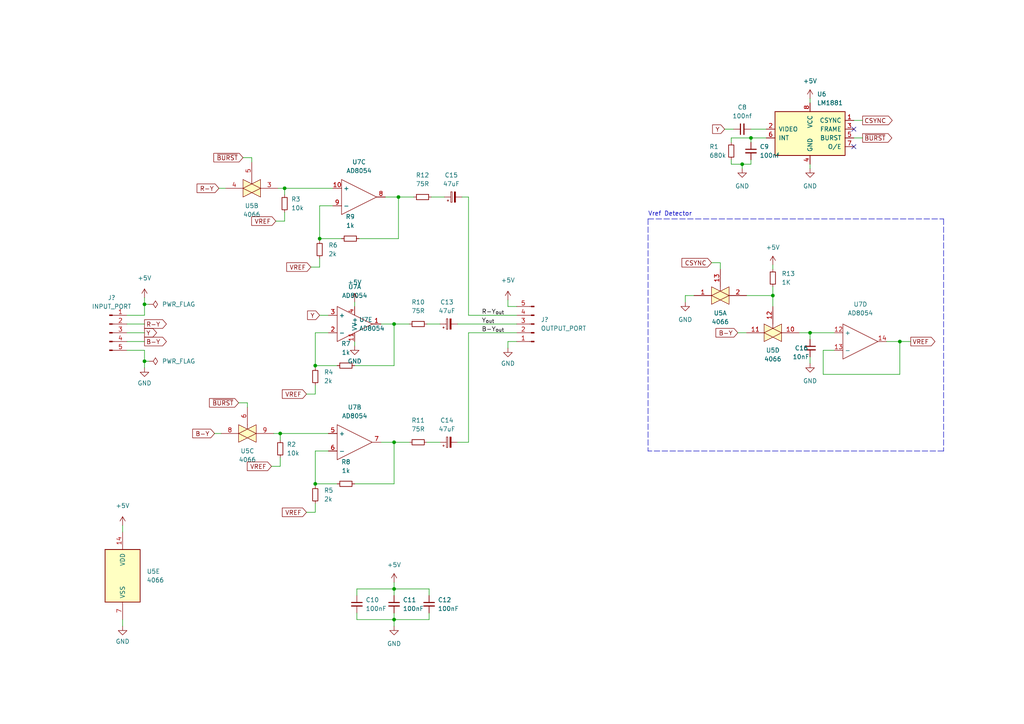
<source format=kicad_sch>
(kicad_sch (version 20211123) (generator eeschema)
  (paper "A4")
  (lib_symbols
    (symbol "4xxx:4066" (pin_names (offset 1.016))
      (property "Reference" "U" (at -7.62 8.89 0))
      (property "Value" "4066" (at -7.62 -8.89 0))
      (symbol "4066_1_0"
        (polyline (pts (xy 0 1.27) (xy 0 2.54)) (stroke (width 0.1524)))
        (polyline (pts (xy -2.54 0) (xy 2.54 2.54) (xy 2.54 -2.54) (xy -2.54 0)) (fill (type background)))
        (polyline (pts (xy -2.54 2.54) (xy 2.54 0) (xy -2.54 -2.54) (xy -2.54 2.54)) (fill (type background)))
        (pin passive line (at -7.62 0 0) (length 5.08) (name "~") (number "1"))
        (pin input line (at 0 7.62 270) (length 5.08) (name "~") (number "13"))
        (pin passive line (at 7.62 0 180) (length 5.08) (name "~") (number "2"))
      )
      (symbol "4066_2_0"
        (polyline (pts (xy 0 1.27) (xy 0 2.54)) (stroke (width 0.1524)))
        (polyline (pts (xy -2.54 0) (xy 2.54 2.54) (xy 2.54 -2.54) (xy -2.54 0)) (fill (type background)))
        (polyline (pts (xy -2.54 2.54) (xy 2.54 0) (xy -2.54 -2.54) (xy -2.54 2.54)) (fill (type background)))
        (pin passive line (at 7.62 0 180) (length 5.08) (name "~") (number "3"))
        (pin passive line (at -7.62 0 0) (length 5.08) (name "~") (number "4"))
        (pin input line (at 0 7.62 270) (length 5.08) (name "~") (number "5"))
      )
      (symbol "4066_3_0"
        (polyline (pts (xy 0 1.27) (xy 0 2.54)) (stroke (width 0.1524)))
        (polyline (pts (xy -2.54 0) (xy 2.54 2.54) (xy 2.54 -2.54) (xy -2.54 0)) (fill (type background)))
        (polyline (pts (xy -2.54 2.54) (xy 2.54 0) (xy -2.54 -2.54) (xy -2.54 2.54)) (fill (type background)))
        (pin input line (at 0 7.62 270) (length 5.08) (name "~") (number "6"))
        (pin passive line (at -7.62 0 0) (length 5.08) (name "~") (number "8"))
        (pin passive line (at 7.62 0 180) (length 5.08) (name "~") (number "9"))
      )
      (symbol "4066_4_0"
        (polyline (pts (xy 0 1.27) (xy 0 2.54)) (stroke (width 0.1524)))
        (polyline (pts (xy -2.54 0) (xy 2.54 2.54) (xy 2.54 -2.54) (xy -2.54 0)) (fill (type background)))
        (polyline (pts (xy -2.54 2.54) (xy 2.54 0) (xy -2.54 -2.54) (xy -2.54 2.54)) (fill (type background)))
        (pin passive line (at 7.62 0 180) (length 5.08) (name "~") (number "10"))
        (pin passive line (at -7.62 0 0) (length 5.08) (name "~") (number "11"))
        (pin input line (at 0 7.62 270) (length 5.08) (name "~") (number "12"))
      )
      (symbol "4066_5_0"
        (pin power_in line (at 0 12.7 270) (length 5.08) (name "VDD") (number "14"))
        (pin power_in line (at 0 -12.7 90) (length 5.08) (name "VSS") (number "7"))
      )
      (symbol "4066_5_1"
        (rectangle (start -5.08 7.62) (end 5.08 -7.62) (stroke (width 0.254)) (fill (type background)))
      )
    )
    (symbol "AD8054_2"
      (property "Reference" "U" (at 0 0 0))
      (property "Value" "AD8054_2" (at 0 0 0))
      (symbol "AD8054_2_1_1"
        (polyline (pts (xy -5.08 5.08) (xy -5.08 -5.08) (xy 5.08 0) (xy -5.08 5.08)))
        (pin output line (at 7.62 0 180) (length 2.54) (name "~") (number "1"))
        (pin input line (at -7.62 -2.54 0) (length 2.54) (name "-") (number "2"))
        (pin input line (at -7.62 2.54 0) (length 2.54) (name "+") (number "3"))
      )
      (symbol "AD8054_2_2_1"
        (polyline (pts (xy -5.08 5.08) (xy -5.08 -5.08) (xy 5.08 0) (xy -5.08 5.08)))
        (pin input line (at -7.62 2.54 0) (length 2.54) (name "+") (number "5"))
        (pin input line (at -7.62 -2.54 0) (length 2.54) (name "-") (number "6"))
        (pin output line (at 7.62 0 180) (length 2.54) (name "~") (number "7"))
      )
      (symbol "AD8054_2_3_1"
        (polyline (pts (xy -5.08 5.08) (xy -5.08 -5.08) (xy 5.08 0) (xy -5.08 5.08)))
        (pin input line (at -7.62 2.54 0) (length 2.54) (name "+") (number "10"))
        (pin output line (at 7.62 0 180) (length 2.54) (name "~") (number "8"))
        (pin input line (at -7.62 -2.54 0) (length 2.54) (name "-") (number "9"))
      )
      (symbol "AD8054_2_4_1"
        (polyline (pts (xy -5.08 5.08) (xy -5.08 -5.08) (xy 5.08 0) (xy -5.08 5.08)))
        (pin input line (at -7.62 2.54 0) (length 2.54) (name "+") (number "12"))
        (pin input line (at -7.62 -2.54 0) (length 2.54) (name "-") (number "13"))
        (pin output line (at 7.62 0 180) (length 2.54) (name "~") (number "14"))
      )
      (symbol "AD8054_2_5_1"
        (pin power_in line (at 0 -5.08 90) (length 2.54) (name "V-") (number "11"))
        (pin power_in line (at 0 5.08 270) (length 2.54) (name "V+") (number "4"))
      )
    )
    (symbol "Connector:Conn_01x05_Male" (pin_names (offset 1.016) hide)
      (property "Reference" "J" (at 0 7.62 0))
      (property "Value" "Conn_01x05_Male" (at 0 -7.62 0))
      (symbol "Conn_01x05_Male_1_1"
        (polyline (pts (xy 1.27 -5.08) (xy 0.8636 -5.08)) (stroke (width 0.1524)))
        (polyline (pts (xy 1.27 -2.54) (xy 0.8636 -2.54)) (stroke (width 0.1524)))
        (polyline (pts (xy 1.27 0) (xy 0.8636 0)) (stroke (width 0.1524)))
        (polyline (pts (xy 1.27 2.54) (xy 0.8636 2.54)) (stroke (width 0.1524)))
        (polyline (pts (xy 1.27 5.08) (xy 0.8636 5.08)) (stroke (width 0.1524)))
        (rectangle (start 0.8636 -4.953) (end 0 -5.207) (stroke (width 0.1524)) (fill (type outline)))
        (rectangle (start 0.8636 -2.413) (end 0 -2.667) (stroke (width 0.1524)) (fill (type outline)))
        (rectangle (start 0.8636 0.127) (end 0 -0.127) (stroke (width 0.1524)) (fill (type outline)))
        (rectangle (start 0.8636 2.667) (end 0 2.413) (stroke (width 0.1524)) (fill (type outline)))
        (rectangle (start 0.8636 5.207) (end 0 4.953) (stroke (width 0.1524)) (fill (type outline)))
        (pin passive line (at 5.08 5.08 180) (length 3.81) (name "Pin_1") (number "1"))
        (pin passive line (at 5.08 2.54 180) (length 3.81) (name "Pin_2") (number "2"))
        (pin passive line (at 5.08 0 180) (length 3.81) (name "Pin_3") (number "3"))
        (pin passive line (at 5.08 -2.54 180) (length 3.81) (name "Pin_4") (number "4"))
        (pin passive line (at 5.08 -5.08 180) (length 3.81) (name "Pin_5") (number "5"))
      )
    )
    (symbol "Device:C_Polarized_Small" (pin_numbers hide) (pin_names (offset 0.254) hide)
      (property "Reference" "C" (at 0.254 1.778 0))
      (property "Value" "C_Polarized_Small" (at 0.254 -2.032 0))
      (symbol "C_Polarized_Small_0_1"
        (rectangle (start -1.524 -0.3048) (end 1.524 -0.6858) (fill (type outline)))
        (rectangle (start -1.524 0.6858) (end 1.524 0.3048))
        (polyline (pts (xy -1.27 1.524) (xy -0.762 1.524)))
        (polyline (pts (xy -1.016 1.27) (xy -1.016 1.778)))
      )
      (symbol "C_Polarized_Small_1_1"
        (pin passive line (at 0 2.54 270) (length 1.8542) (name "~") (number "1"))
        (pin passive line (at 0 -2.54 90) (length 1.8542) (name "~") (number "2"))
      )
    )
    (symbol "Device:C_Small" (pin_numbers hide) (pin_names (offset 0.254) hide)
      (property "Reference" "C" (at 0.254 1.778 0))
      (property "Value" "C_Small" (at 0.254 -2.032 0))
      (symbol "C_Small_0_1"
        (polyline (pts (xy -1.524 -0.508) (xy 1.524 -0.508)) (stroke (width 0.3302)))
        (polyline (pts (xy -1.524 0.508) (xy 1.524 0.508)) (stroke (width 0.3048)))
      )
      (symbol "C_Small_1_1"
        (pin passive line (at 0 2.54 270) (length 2.032) (name "~") (number "1"))
        (pin passive line (at 0 -2.54 90) (length 2.032) (name "~") (number "2"))
      )
    )
    (symbol "Device:R_Small" (pin_numbers hide) (pin_names (offset 0.254) hide)
      (property "Reference" "R" (at 0.762 0.508 0))
      (property "Value" "R_Small" (at 0.762 -1.016 0))
      (symbol "R_Small_0_1"
        (rectangle (start -0.762 1.778) (end 0.762 -1.778) (stroke (width 0.2032)))
      )
      (symbol "R_Small_1_1"
        (pin passive line (at 0 2.54 270) (length 0.762) (name "~") (number "1"))
        (pin passive line (at 0 -2.54 90) (length 0.762) (name "~") (number "2"))
      )
    )
    (symbol "VDP:AD8054"
      (property "Reference" "U" (at 0 0 0))
      (property "Value" "AD8054" (at 0 0 0))
      (symbol "AD8054_1_1"
        (polyline (pts (xy -5.08 5.08) (xy -5.08 -5.08) (xy 5.08 0) (xy -5.08 5.08)))
        (pin output line (at 7.62 0 180) (length 2.54) (name "~") (number "1"))
        (pin input line (at -7.62 -2.54 0) (length 2.54) (name "-") (number "2"))
        (pin input line (at -7.62 2.54 0) (length 2.54) (name "+") (number "3"))
      )
      (symbol "AD8054_2_1"
        (polyline (pts (xy -5.08 5.08) (xy -5.08 -5.08) (xy 5.08 0) (xy -5.08 5.08)))
        (pin input line (at -7.62 2.54 0) (length 2.54) (name "+") (number "5"))
        (pin input line (at -7.62 -2.54 0) (length 2.54) (name "-") (number "6"))
        (pin output line (at 7.62 0 180) (length 2.54) (name "~") (number "7"))
      )
      (symbol "AD8054_3_1"
        (polyline (pts (xy -5.08 5.08) (xy -5.08 -5.08) (xy 5.08 0) (xy -5.08 5.08)))
        (pin input line (at -7.62 2.54 0) (length 2.54) (name "+") (number "10"))
        (pin output line (at 7.62 0 180) (length 2.54) (name "~") (number "8"))
        (pin input line (at -7.62 -2.54 0) (length 2.54) (name "-") (number "9"))
      )
      (symbol "AD8054_4_1"
        (polyline (pts (xy -5.08 5.08) (xy -5.08 -5.08) (xy 5.08 0) (xy -5.08 5.08)))
        (pin input line (at -7.62 2.54 0) (length 2.54) (name "+") (number "12"))
        (pin input line (at -7.62 -2.54 0) (length 2.54) (name "-") (number "13"))
        (pin output line (at 7.62 0 180) (length 2.54) (name "~") (number "14"))
      )
      (symbol "AD8054_5_1"
        (pin power_in line (at 0 -5.08 90) (length 2.54) (name "V-") (number "11"))
        (pin power_in line (at 0 5.08 270) (length 2.54) (name "V+") (number "4"))
      )
    )
    (symbol "Video:LM1881" (pin_names (offset 1.016))
      (property "Reference" "U" (at -8.89 8.89 0))
      (property "Value" "LM1881" (at 6.35 8.89 0))
      (symbol "LM1881_0_1"
        (rectangle (start -10.16 7.62) (end 10.16 -5.08) (stroke (width 0.254)) (fill (type background)))
      )
      (symbol "LM1881_1_1"
        (pin output line (at 12.7 5.08 180) (length 2.54) (name "CSYNC") (number "1"))
        (pin input line (at -12.7 2.54 0) (length 2.54) (name "VIDEO") (number "2"))
        (pin output line (at 12.7 2.54 180) (length 2.54) (name "FRAME") (number "3"))
        (pin power_in line (at 0 -7.62 90) (length 2.54) (name "GND") (number "4"))
        (pin output line (at 12.7 0 180) (length 2.54) (name "BURST") (number "5"))
        (pin input line (at -12.7 0 0) (length 2.54) (name "INT") (number "6"))
        (pin output line (at 12.7 -2.54 180) (length 2.54) (name "O/E") (number "7"))
        (pin power_in line (at 0 10.16 270) (length 2.54) (name "VCC") (number "8"))
      )
    )
    (symbol "power:+5V" (power) (pin_names (offset 0))
      (property "Value" "+5V" (at 0 3.556 0))
      (symbol "+5V_0_1"
        (polyline (pts (xy -0.762 1.27) (xy 0 2.54)))
        (polyline (pts (xy 0 0) (xy 0 2.54)))
        (polyline (pts (xy 0 2.54) (xy 0.762 1.27)))
      )
      (symbol "+5V_1_1"
        (pin power_in line (at 0 0 90) (length 0) hide (name "+5V") (number "1"))
      )
    )
    (symbol "power:GND" (power) (pin_names (offset 0))
      (property "Value" "GND" (at 0 -3.81 0))
      (symbol "GND_0_1"
        (polyline (pts (xy 0 0) (xy 0 -1.27) (xy 1.27 -1.27) (xy 0 -2.54) (xy -1.27 -1.27) (xy 0 -1.27)))
      )
      (symbol "GND_1_1"
        (pin power_in line (at 0 0 270) (length 0) hide (name "GND") (number "1"))
      )
    )
    (symbol "power:PWR_FLAG" (power) (pin_numbers hide) (pin_names (offset 0) hide)
      (property "Value" "PWR_FLAG" (at 0 3.81 0))
      (symbol "PWR_FLAG_0_0"
        (pin power_out line (at 0 0 90) (length 0) (name "pwr") (number "1"))
      )
      (symbol "PWR_FLAG_0_1"
        (polyline (pts (xy 0 0) (xy 0 1.27) (xy -1.016 1.905) (xy 0 2.54) (xy 1.016 1.905) (xy 0 1.27)))
      )
    )
  )
  (junction (at 82.55 54.61))
  (junction (at 91.44 106.045))
  (junction (at 234.95 96.52))
  (junction (at 114.3 179.705))
  (junction (at 215.265 47.625))
  (junction (at 224.155 85.725))
  (junction (at 41.91 88.265))
  (junction (at 260.985 99.06))
  (junction (at 41.91 104.775))
  (junction (at 114.3 170.815))
  (junction (at 115.57 57.15))
  (junction (at 114.3 128.27))
  (junction (at 217.805 40.005))
  (junction (at 81.28 125.73))
  (junction (at 114.3 93.98))
  (junction (at 91.44 140.335))
  (junction (at 92.71 69.215))
  (no_connect (at 247.65 37.465))
  (no_connect (at 247.65 42.545))
  (polyline (pts (xy 273.685 130.81) (xy 187.96 130.81)))
  (wire (pts (xy 35.56 179.705) (xy 35.56 181.61)))
  (wire (pts (xy 103.505 170.815) (xy 103.505 172.72)))
  (wire (pts (xy 123.825 93.98) (xy 127.635 93.98)))
  (wire (pts (xy 260.985 99.06) (xy 264.16 99.06)))
  (wire (pts (xy 41.91 104.775) (xy 41.91 106.68)))
  (wire (pts (xy 247.65 40.005) (xy 250.19 40.005)))
  (wire (pts (xy 135.89 57.15) (xy 135.89 91.44)))
  (wire (pts (xy 80.01 64.135) (xy 82.55 64.135)))
  (wire (pts (xy 114.3 179.705) (xy 114.3 181.61)))
  (wire (pts (xy 95.25 96.52) (xy 91.44 96.52)))
  (wire (pts (xy 91.44 130.81) (xy 91.44 140.335)))
  (wire (pts (xy 234.95 103.505) (xy 234.95 105.41)))
  (wire (pts (xy 115.57 69.215) (xy 104.14 69.215)))
  (wire (pts (xy 41.91 88.265) (xy 43.18 88.265)))
  (wire (pts (xy 71.755 116.84) (xy 71.755 118.11)))
  (wire (pts (xy 99.06 69.215) (xy 92.71 69.215)))
  (wire (pts (xy 78.74 135.255) (xy 81.28 135.255)))
  (wire (pts (xy 36.83 101.6) (xy 41.91 101.6)))
  (wire (pts (xy 215.265 47.625) (xy 215.265 48.895)))
  (wire (pts (xy 73.025 45.72) (xy 73.025 46.99)))
  (wire (pts (xy 114.3 179.705) (xy 103.505 179.705)))
  (wire (pts (xy 91.44 96.52) (xy 91.44 106.045)))
  (wire (pts (xy 91.44 140.335) (xy 91.44 140.97)))
  (wire (pts (xy 97.79 106.045) (xy 91.44 106.045)))
  (wire (pts (xy 110.49 93.98) (xy 114.3 93.98)))
  (wire (pts (xy 224.155 76.835) (xy 224.155 78.105)))
  (wire (pts (xy 212.09 46.355) (xy 212.09 47.625)))
  (wire (pts (xy 147.32 88.9) (xy 147.32 86.995)))
  (wire (pts (xy 88.9 148.59) (xy 91.44 148.59)))
  (wire (pts (xy 124.46 177.8) (xy 124.46 179.705)))
  (wire (pts (xy 103.505 177.8) (xy 103.505 179.705)))
  (wire (pts (xy 82.55 54.61) (xy 96.52 54.61)))
  (wire (pts (xy 91.44 106.045) (xy 91.44 106.68)))
  (wire (pts (xy 133.985 57.15) (xy 135.89 57.15)))
  (wire (pts (xy 135.89 96.52) (xy 149.86 96.52)))
  (wire (pts (xy 36.83 91.44) (xy 41.91 91.44)))
  (wire (pts (xy 124.46 179.705) (xy 114.3 179.705)))
  (wire (pts (xy 125.095 57.15) (xy 128.905 57.15)))
  (wire (pts (xy 41.91 88.265) (xy 41.91 86.36)))
  (wire (pts (xy 135.89 128.27) (xy 135.89 96.52)))
  (wire (pts (xy 124.46 172.72) (xy 124.46 170.815)))
  (wire (pts (xy 92.71 91.44) (xy 95.25 91.44)))
  (wire (pts (xy 97.79 140.335) (xy 91.44 140.335)))
  (wire (pts (xy 41.91 91.44) (xy 41.91 88.265)))
  (wire (pts (xy 102.87 99.06) (xy 102.87 100.33)))
  (wire (pts (xy 210.185 37.465) (xy 212.725 37.465)))
  (wire (pts (xy 114.3 128.27) (xy 118.745 128.27)))
  (wire (pts (xy 80.645 54.61) (xy 82.55 54.61)))
  (wire (pts (xy 208.915 76.2) (xy 208.915 78.105)))
  (wire (pts (xy 36.83 99.06) (xy 41.91 99.06)))
  (wire (pts (xy 36.83 96.52) (xy 41.91 96.52)))
  (wire (pts (xy 247.65 34.925) (xy 250.19 34.925)))
  (wire (pts (xy 260.985 99.06) (xy 260.985 108.585)))
  (wire (pts (xy 63.5 54.61) (xy 65.405 54.61)))
  (polyline (pts (xy 273.685 63.5) (xy 273.685 130.81)))
  (wire (pts (xy 198.755 85.725) (xy 198.755 87.63)))
  (wire (pts (xy 132.715 128.27) (xy 135.89 128.27)))
  (wire (pts (xy 123.825 128.27) (xy 127.635 128.27)))
  (wire (pts (xy 234.95 28.575) (xy 234.95 29.845)))
  (wire (pts (xy 82.55 54.61) (xy 82.55 56.515)))
  (wire (pts (xy 135.89 91.44) (xy 149.86 91.44)))
  (wire (pts (xy 81.28 135.255) (xy 81.28 132.715)))
  (wire (pts (xy 147.32 99.06) (xy 147.32 100.965)))
  (wire (pts (xy 41.91 101.6) (xy 41.91 104.775)))
  (wire (pts (xy 149.86 88.9) (xy 147.32 88.9)))
  (wire (pts (xy 217.805 40.005) (xy 217.805 41.275)))
  (wire (pts (xy 149.86 99.06) (xy 147.32 99.06)))
  (wire (pts (xy 91.44 146.05) (xy 91.44 148.59)))
  (wire (pts (xy 81.28 125.73) (xy 81.28 127.635)))
  (wire (pts (xy 88.9 114.3) (xy 91.44 114.3)))
  (wire (pts (xy 234.95 47.625) (xy 234.95 48.895)))
  (wire (pts (xy 114.3 168.91) (xy 114.3 170.815)))
  (wire (pts (xy 96.52 59.69) (xy 92.71 59.69)))
  (wire (pts (xy 114.3 170.815) (xy 103.505 170.815)))
  (wire (pts (xy 231.775 96.52) (xy 234.95 96.52)))
  (wire (pts (xy 217.805 37.465) (xy 222.25 37.465)))
  (wire (pts (xy 222.25 40.005) (xy 217.805 40.005)))
  (wire (pts (xy 234.95 96.52) (xy 241.935 96.52)))
  (wire (pts (xy 90.17 77.47) (xy 92.71 77.47)))
  (wire (pts (xy 114.3 140.335) (xy 102.87 140.335)))
  (wire (pts (xy 206.375 76.2) (xy 208.915 76.2)))
  (wire (pts (xy 62.23 125.73) (xy 64.135 125.73)))
  (polyline (pts (xy 187.96 63.5) (xy 273.685 63.5)))
  (wire (pts (xy 115.57 57.15) (xy 120.015 57.15)))
  (wire (pts (xy 102.87 87.63) (xy 102.87 88.9)))
  (wire (pts (xy 95.25 130.81) (xy 91.44 130.81)))
  (wire (pts (xy 114.3 128.27) (xy 114.3 140.335)))
  (wire (pts (xy 260.985 108.585) (xy 238.76 108.585)))
  (wire (pts (xy 234.95 96.52) (xy 234.95 98.425)))
  (wire (pts (xy 224.155 83.185) (xy 224.155 85.725)))
  (wire (pts (xy 114.3 170.815) (xy 114.3 172.72)))
  (wire (pts (xy 79.375 125.73) (xy 81.28 125.73)))
  (wire (pts (xy 110.49 128.27) (xy 114.3 128.27)))
  (wire (pts (xy 215.265 47.625) (xy 217.805 47.625)))
  (wire (pts (xy 36.83 93.98) (xy 41.91 93.98)))
  (wire (pts (xy 238.76 108.585) (xy 238.76 101.6)))
  (wire (pts (xy 114.3 177.8) (xy 114.3 179.705)))
  (wire (pts (xy 224.155 85.725) (xy 224.155 88.9)))
  (wire (pts (xy 69.215 116.84) (xy 71.755 116.84)))
  (wire (pts (xy 216.535 85.725) (xy 224.155 85.725)))
  (wire (pts (xy 41.91 104.775) (xy 43.18 104.775)))
  (wire (pts (xy 212.09 40.005) (xy 217.805 40.005)))
  (wire (pts (xy 217.805 47.625) (xy 217.805 46.355)))
  (wire (pts (xy 114.3 93.98) (xy 114.3 106.045)))
  (wire (pts (xy 81.28 125.73) (xy 95.25 125.73)))
  (wire (pts (xy 201.295 85.725) (xy 198.755 85.725)))
  (wire (pts (xy 212.09 40.005) (xy 212.09 41.275)))
  (wire (pts (xy 70.485 45.72) (xy 73.025 45.72)))
  (wire (pts (xy 92.71 77.47) (xy 92.71 74.93)))
  (wire (pts (xy 102.87 106.045) (xy 114.3 106.045)))
  (wire (pts (xy 111.76 57.15) (xy 115.57 57.15)))
  (wire (pts (xy 212.09 47.625) (xy 215.265 47.625)))
  (wire (pts (xy 132.715 93.98) (xy 149.86 93.98)))
  (wire (pts (xy 213.995 96.52) (xy 216.535 96.52)))
  (wire (pts (xy 35.56 152.4) (xy 35.56 154.305)))
  (wire (pts (xy 124.46 170.815) (xy 114.3 170.815)))
  (wire (pts (xy 91.44 114.3) (xy 91.44 111.76)))
  (wire (pts (xy 92.71 69.215) (xy 92.71 69.85)))
  (wire (pts (xy 115.57 57.15) (xy 115.57 69.215)))
  (wire (pts (xy 257.175 99.06) (xy 260.985 99.06)))
  (wire (pts (xy 238.76 101.6) (xy 241.935 101.6)))
  (wire (pts (xy 114.3 93.98) (xy 118.745 93.98)))
  (wire (pts (xy 82.55 64.135) (xy 82.55 61.595)))
  (wire (pts (xy 92.71 59.69) (xy 92.71 69.215)))
  (polyline (pts (xy 187.96 63.5) (xy 187.96 130.81)))
  (text "Vref Detector" (at 187.96 62.865 0) (effects (font (size 1.27 1.27)) (justify left bottom)))
  (label "Y_{out}" (at 139.7 93.98 0))
  (label "R-Y_{out}" (at 139.7 91.44 0))
  (label "B-Y_{out}" (at 139.7 96.52 0))
  (global_label "VREF" (shape input) (at 90.17 77.47 180) (property "Intersheet References" "${INTERSHEET_REFS}" (effects hide)))
  (global_label "B-Y" (shape input) (at 213.995 96.52 180) (property "Intersheet References" "${INTERSHEET_REFS}" (effects hide)))
  (global_label "Y" (shape output) (at 41.91 96.52 0) (property "Intersheet References" "${INTERSHEET_REFS}" (effects hide)))
  (global_label "VREF" (shape input) (at 80.01 64.135 180) (property "Intersheet References" "${INTERSHEET_REFS}" (effects hide)))
  (global_label "B-Y" (shape input) (at 62.23 125.73 180) (property "Intersheet References" "${INTERSHEET_REFS}" (effects hide)))
  (global_label "VREF" (shape input) (at 88.9 114.3 180) (property "Intersheet References" "${INTERSHEET_REFS}" (effects hide)))
  (global_label "Y" (shape input) (at 210.185 37.465 180) (property "Intersheet References" "${INTERSHEET_REFS}" (effects hide)))
  (global_label "~{BURST}" (shape output) (at 250.19 40.005 0) (property "Intersheet References" "${INTERSHEET_REFS}" (effects hide)))
  (global_label "VREF" (shape output) (at 264.16 99.06 0) (property "Intersheet References" "${INTERSHEET_REFS}" (effects hide)))
  (global_label "CSYNC" (shape input) (at 206.375 76.2 180) (property "Intersheet References" "${INTERSHEET_REFS}" (effects hide)))
  (global_label "~{BURST}" (shape input) (at 70.485 45.72 180) (property "Intersheet References" "${INTERSHEET_REFS}" (effects hide)))
  (global_label "R-Y" (shape input) (at 63.5 54.61 180) (property "Intersheet References" "${INTERSHEET_REFS}" (effects hide)))
  (global_label "~{BURST}" (shape input) (at 69.215 116.84 180) (property "Intersheet References" "${INTERSHEET_REFS}" (effects hide)))
  (global_label "CSYNC" (shape output) (at 250.19 34.925 0) (property "Intersheet References" "${INTERSHEET_REFS}" (effects hide)))
  (global_label "VREF" (shape input) (at 78.74 135.255 180) (property "Intersheet References" "${INTERSHEET_REFS}" (effects hide)))
  (global_label "R-Y" (shape output) (at 41.91 93.98 0) (property "Intersheet References" "${INTERSHEET_REFS}" (effects hide)))
  (global_label "VREF" (shape input) (at 88.9 148.59 180) (property "Intersheet References" "${INTERSHEET_REFS}" (effects hide)))
  (global_label "B-Y" (shape output) (at 41.91 99.06 0) (property "Intersheet References" "${INTERSHEET_REFS}" (effects hide)))
  (global_label "Y" (shape input) (at 92.71 91.44 180) (property "Intersheet References" "${INTERSHEET_REFS}" (effects hide)))
  (symbol (lib_id "power:+5V") (at 102.87 87.63 0) (unit 1)
    (property "Reference" "#PWR024" (effects hide))
    (property "Value" "+5V" (at 102.87 81.915 0))
  )
  (symbol (lib_id "power:PWR_FLAG") (at 43.18 88.265 270) (unit 1)
    (property "Reference" "#FLG?" (effects hide))
    (property "Value" "PWR_FLAG" (at 46.99 88.2649 90) (effects (justify left)))
  )
  (symbol (lib_id "Device:C_Small") (at 215.265 37.465 90) (unit 1)
    (property "Reference" "C8" (at 215.2713 31.115 90))
    (property "Value" "100nf" (at 215.2713 33.655 90))
  )
  (symbol (lib_id "Device:R_Small") (at 91.44 109.22 180) (unit 1)
    (property "Reference" "R4" (at 93.98 107.9499 0) (effects (justify right)))
    (property "Value" "2k" (at 93.98 110.4899 0) (effects (justify right)))
    (property "Footprint" "Resistor_SMD:R_0805_2012Metric_Pad1.20x1.40mm_HandSolder" (effects hide))
  )
  (symbol (lib_id "Device:R_Small") (at 101.6 69.215 90) (unit 1)
    (property "Reference" "R9" (at 101.6 62.865 90))
    (property "Value" "1k" (at 101.6 65.405 90))
    (property "Footprint" "Resistor_SMD:R_0805_2012Metric_Pad1.20x1.40mm_HandSolder" (effects hide))
  )
  (symbol (lib_id "Device:C_Small") (at 124.46 175.26 0) (unit 1)
    (property "Reference" "C12" (at 127 173.9962 0) (effects (justify left)))
    (property "Value" "100nF" (at 127 176.5362 0) (effects (justify left)))
    (property "Footprint" "Capacitor_SMD:C_0805_2012Metric_Pad1.18x1.45mm_HandSolder" (effects hide))
  )
  (symbol (lib_id "power:GND") (at 41.91 106.68 0) (unit 1)
    (property "Reference" "#PWR?" (effects hide))
    (property "Value" "GND" (at 41.91 111.125 0))
  )
  (symbol (lib_id "Device:C_Polarized_Small") (at 130.175 93.98 90) (unit 1)
    (property "Reference" "C13" (at 129.6289 87.63 90))
    (property "Value" "47uF" (at 129.6289 90.17 90))
    (property "Footprint" "Capacitor_THT:CP_Radial_D4.0mm_P2.00mm" (effects hide))
  )
  (symbol (lib_id "4xxx:4066") (at 224.155 96.52 0) (unit 4)
    (property "Reference" "U5" (at 224.155 101.6 0))
    (property "Value" "4066" (at 224.155 104.14 0))
    (property "Footprint" "Package_DIP:DIP-14_W7.62mm_Socket" (effects hide))
    (property "Datasheet" "http://www.ti.com/lit/ds/symlink/cd4066b.pdf" (effects hide))
  )
  (symbol (lib_id "VDP:AD8054") (at 249.555 99.06 0) (unit 4)
    (property "Reference" "U7" (at 249.555 88.265 0))
    (property "Value" "AD8054" (at 249.555 90.805 0))
    (property "Footprint" "Package_SO:SOIC-14_3.9x8.7mm_P1.27mm" (effects hide))
  )
  (symbol (lib_id "power:GND") (at 35.56 181.61 0) (unit 1)
    (property "Reference" "#PWR021" (effects hide))
    (property "Value" "GND" (at 35.56 186.055 0))
  )
  (symbol (lib_id "VDP:AD8054") (at 104.14 57.15 0) (unit 3)
    (property "Reference" "U7" (at 104.14 46.99 0))
    (property "Value" "AD8054" (at 104.14 49.53 0))
    (property "Footprint" "Package_SO:SOIC-14_3.9x8.7mm_P1.27mm" (effects hide))
  )
  (symbol (lib_id "Device:R_Small") (at 121.285 93.98 90) (unit 1)
    (property "Reference" "R10" (at 121.285 87.63 90))
    (property "Value" "75R" (at 121.285 90.17 90))
    (property "Footprint" "Resistor_SMD:R_0805_2012Metric_Pad1.20x1.40mm_HandSolder" (effects hide))
  )
  (symbol (lib_id "Video:LM1881") (at 234.95 40.005 0) (unit 1)
    (property "Reference" "U6" (at 236.9694 27.305 0) (effects (justify left)))
    (property "Value" "LM1881" (at 236.9694 29.845 0) (effects (justify left)))
    (property "Footprint" "Package_DIP:DIP-8_W7.62mm" (effects hide))
  )
  (symbol (lib_id "power:PWR_FLAG") (at 43.18 104.775 270) (unit 1)
    (property "Reference" "#FLG?" (effects hide))
    (property "Value" "PWR_FLAG" (at 46.99 104.7749 90) (effects (justify left)))
  )
  (symbol (lib_id "Device:R_Small") (at 100.33 106.045 90) (unit 1)
    (property "Reference" "R7" (at 100.33 99.695 90))
    (property "Value" "1k" (at 100.33 102.235 90))
    (property "Footprint" "Resistor_SMD:R_0805_2012Metric_Pad1.20x1.40mm_HandSolder" (effects hide))
  )
  (symbol (lib_id "Device:R_Small") (at 81.28 130.175 0) (unit 1)
    (property "Reference" "R2" (at 83.185 128.9049 0) (effects (justify left)))
    (property "Value" "10k" (at 83.185 131.4449 0) (effects (justify left)))
    (property "Footprint" "Resistor_SMD:R_0805_2012Metric_Pad1.20x1.40mm_HandSolder" (effects hide))
  )
  (symbol (lib_id "power:+5V") (at 114.3 168.91 0) (unit 1)
    (property "Reference" "#PWR026" (effects hide))
    (property "Value" "+5V" (at 114.3 163.83 0))
  )
  (symbol (lib_id "Device:C_Polarized_Small") (at 131.445 57.15 90) (unit 1)
    (property "Reference" "C15" (at 130.8989 50.8 90))
    (property "Value" "47uF" (at 130.8989 53.34 90))
    (property "Footprint" "Capacitor_THT:CP_Radial_D4.0mm_P2.00mm" (effects hide))
  )
  (symbol (lib_id "Device:R_Small") (at 82.55 59.055 0) (unit 1)
    (property "Reference" "R3" (at 84.455 57.7849 0) (effects (justify left)))
    (property "Value" "10k" (at 84.455 60.3249 0) (effects (justify left)))
    (property "Footprint" "Resistor_SMD:R_0805_2012Metric_Pad1.20x1.40mm_HandSolder" (effects hide))
  )
  (symbol (lib_id "Device:R_Small") (at 122.555 57.15 90) (unit 1)
    (property "Reference" "R12" (at 122.555 50.8 90))
    (property "Value" "75R" (at 122.555 53.34 90))
    (property "Footprint" "Resistor_SMD:R_0805_2012Metric_Pad1.20x1.40mm_HandSolder" (effects hide))
  )
  (symbol (lib_id "Device:R_Small") (at 91.44 143.51 180) (unit 1)
    (property "Reference" "R5" (at 93.98 142.2399 0) (effects (justify right)))
    (property "Value" "2k" (at 93.98 144.7799 0) (effects (justify right)))
    (property "Footprint" "Resistor_SMD:R_0805_2012Metric_Pad1.20x1.40mm_HandSolder" (effects hide))
  )
  (symbol (lib_id "Device:R_Small") (at 121.285 128.27 90) (unit 1)
    (property "Reference" "R11" (at 121.285 121.92 90))
    (property "Value" "75R" (at 121.285 124.46 90))
    (property "Footprint" "Resistor_SMD:R_0805_2012Metric_Pad1.20x1.40mm_HandSolder" (effects hide))
  )
  (symbol (lib_id "power:+5V") (at 224.155 76.835 0) (unit 1)
    (property "Reference" "#PWR032" (effects hide))
    (property "Value" "+5V" (at 224.155 71.755 0))
  )
  (symbol (lib_id "4xxx:4066") (at 35.56 167.005 0) (unit 5)
    (property "Reference" "U5" (at 42.545 165.7349 0) (effects (justify left)))
    (property "Value" "4066" (at 42.545 168.2749 0) (effects (justify left)))
    (property "Footprint" "Package_DIP:DIP-14_W7.62mm_Socket" (effects hide))
    (property "Datasheet" "http://www.ti.com/lit/ds/symlink/cd4066b.pdf" (effects hide))
  )
  (symbol (lib_id "power:GND") (at 114.3 181.61 0) (unit 1)
    (property "Reference" "#PWR027" (effects hide))
    (property "Value" "GND" (at 114.3 186.69 0))
  )
  (symbol (lib_id "power:+5V") (at 35.56 152.4 0) (unit 1)
    (property "Reference" "#PWR020" (effects hide))
    (property "Value" "+5V" (at 35.56 146.685 0))
  )
  (symbol (lib_id "Connector:Conn_01x05_Male") (at 31.75 96.52 0) (unit 1)
    (property "Reference" "J?" (at 32.385 86.36 0))
    (property "Value" "INPUT_PORT" (at 32.385 88.9 0))
  )
  (symbol (lib_id "power:GND") (at 102.87 100.33 0) (unit 1)
    (property "Reference" "#PWR025" (effects hide))
    (property "Value" "GND" (at 102.87 104.775 0))
  )
  (symbol (lib_id "4xxx:4066") (at 71.755 125.73 0) (unit 3)
    (property "Reference" "U5" (at 71.755 130.81 0))
    (property "Value" "4066" (at 71.755 133.35 0))
    (property "Footprint" "Package_DIP:DIP-14_W7.62mm_Socket" (effects hide))
    (property "Datasheet" "http://www.ti.com/lit/ds/symlink/cd4066b.pdf" (effects hide))
  )
  (symbol (lib_id "power:GND") (at 198.755 87.63 0) (unit 1)
    (property "Reference" "#PWR031" (effects hide))
    (property "Value" "GND" (at 198.755 92.71 0))
  )
  (symbol (lib_id "power:GND") (at 234.95 105.41 0) (unit 1)
    (property "Reference" "#PWR033" (effects hide))
    (property "Value" "GND" (at 234.95 110.49 0))
  )
  (symbol (lib_name "AD8054_2") (lib_id "VDP:AD8054") (at 102.87 93.98 0) (unit 5)
    (property "Reference" "U7" (at 104.14 92.7099 0) (effects (justify left)))
    (property "Value" "AD8054" (at 104.14 95.2499 0) (effects (justify left)))
    (property "Footprint" "Package_SO:SOIC-14_3.9x8.7mm_P1.27mm" (effects hide))
  )
  (symbol (lib_id "power:+5V") (at 147.32 86.995 0) (unit 1)
    (property "Reference" "#PWR?" (effects hide))
    (property "Value" "+5V" (at 147.32 81.28 0))
  )
  (symbol (lib_id "4xxx:4066") (at 208.915 85.725 0) (unit 1)
    (property "Reference" "U5" (at 208.915 90.805 0))
    (property "Value" "4066" (at 208.915 93.345 0))
    (property "Footprint" "Package_DIP:DIP-14_W7.62mm_Socket" (effects hide))
    (property "Datasheet" "http://www.ti.com/lit/ds/symlink/cd4066b.pdf" (effects hide))
  )
  (symbol (lib_id "power:GND") (at 147.32 100.965 0) (unit 1)
    (property "Reference" "#PWR?" (effects hide))
    (property "Value" "GND" (at 147.32 105.41 0))
  )
  (symbol (lib_id "Device:C_Polarized_Small") (at 130.175 128.27 90) (unit 1)
    (property "Reference" "C14" (at 129.6289 121.92 90))
    (property "Value" "47uF" (at 129.6289 124.46 90))
    (property "Footprint" "Capacitor_THT:CP_Radial_D4.0mm_P2.00mm" (effects hide))
  )
  (symbol (lib_id "Device:R_Small") (at 100.33 140.335 90) (unit 1)
    (property "Reference" "R8" (at 100.33 133.985 90))
    (property "Value" "1k" (at 100.33 136.525 90))
    (property "Footprint" "Resistor_SMD:R_0805_2012Metric_Pad1.20x1.40mm_HandSolder" (effects hide))
  )
  (symbol (lib_id "4xxx:4066") (at 73.025 54.61 0) (unit 2)
    (property "Reference" "U5" (at 73.025 59.69 0))
    (property "Value" "4066" (at 73.025 62.23 0))
    (property "Footprint" "Package_DIP:DIP-14_W7.62mm_Socket" (effects hide))
    (property "Datasheet" "http://www.ti.com/lit/ds/symlink/cd4066b.pdf" (effects hide))
  )
  (symbol (lib_id "Device:R_Small") (at 224.155 80.645 0) (unit 1)
    (property "Reference" "R13" (at 226.695 79.3749 0) (effects (justify left)))
    (property "Value" "1K" (at 226.695 81.9149 0) (effects (justify left)))
    (property "Footprint" "Resistor_SMD:R_0805_2012Metric_Pad1.20x1.40mm_HandSolder" (effects hide))
  )
  (symbol (lib_id "Device:C_Small") (at 103.505 175.26 0) (unit 1)
    (property "Reference" "C10" (at 106.045 173.9962 0) (effects (justify left)))
    (property "Value" "100nF" (at 106.045 176.5362 0) (effects (justify left)))
    (property "Footprint" "Capacitor_SMD:C_0805_2012Metric_Pad1.18x1.45mm_HandSolder" (effects hide))
  )
  (symbol (lib_id "Device:C_Small") (at 217.805 43.815 0) (unit 1)
    (property "Reference" "C9" (at 220.345 42.5512 0) (effects (justify left)))
    (property "Value" "100nf" (at 220.345 45.0912 0) (effects (justify left)))
    (property "Footprint" "Capacitor_SMD:C_0805_2012Metric_Pad1.18x1.45mm_HandSolder" (effects hide))
  )
  (symbol (lib_id "power:+5V") (at 234.95 28.575 0) (unit 1)
    (property "Reference" "#PWR022" (effects hide))
    (property "Value" "+5V" (at 234.95 23.495 0))
  )
  (symbol (lib_id "Connector:Conn_01x05_Male") (at 154.94 93.98 180) (unit 1)
    (property "Reference" "J?" (at 156.845 92.7099 0) (effects (justify right)))
    (property "Value" "OUTPUT_PORT" (at 156.845 95.2499 0) (effects (justify right)))
  )
  (symbol (lib_id "power:+5V") (at 41.91 86.36 0) (unit 1)
    (property "Reference" "#PWR?" (effects hide))
    (property "Value" "+5V" (at 41.91 80.645 0))
  )
  (symbol (lib_id "VDP:AD8054") (at 102.87 93.98 0) (unit 1)
    (property "Reference" "U7" (at 102.87 83.185 0))
    (property "Value" "AD8054" (at 102.87 85.725 0))
    (property "Footprint" "Package_SO:SOIC-14_3.9x8.7mm_P1.27mm" (effects hide))
  )
  (symbol (lib_id "Device:R_Small") (at 92.71 72.39 180) (unit 1)
    (property "Reference" "R6" (at 95.25 71.1199 0) (effects (justify right)))
    (property "Value" "2k" (at 95.25 73.6599 0) (effects (justify right)))
    (property "Footprint" "Resistor_SMD:R_0805_2012Metric_Pad1.20x1.40mm_HandSolder" (effects hide))
  )
  (symbol (lib_id "VDP:AD8054") (at 102.87 128.27 0) (unit 2)
    (property "Reference" "U7" (at 102.87 118.11 0))
    (property "Value" "AD8054" (at 102.87 120.65 0))
    (property "Footprint" "Package_SO:SOIC-14_3.9x8.7mm_P1.27mm" (effects hide))
  )
  (symbol (lib_id "Device:R_Small") (at 212.09 43.815 0) (unit 1)
    (property "Reference" "R1" (at 205.74 42.545 0) (effects (justify left)))
    (property "Value" "680k" (at 205.74 45.085 0) (effects (justify left)))
    (property "Footprint" "Resistor_SMD:R_0805_2012Metric_Pad1.20x1.40mm_HandSolder" (effects hide))
  )
  (symbol (lib_id "Device:C_Small") (at 234.95 100.965 0) (unit 1)
    (property "Reference" "C16" (at 230.505 100.965 0) (effects (justify left)))
    (property "Value" "10nF" (at 229.87 103.505 0) (effects (justify left)))
    (property "Footprint" "Capacitor_SMD:C_0805_2012Metric_Pad1.18x1.45mm_HandSolder" (effects hide))
  )
  (symbol (lib_id "power:GND") (at 215.265 48.895 0) (unit 1)
    (property "Reference" "#PWR019" (effects hide))
    (property "Value" "GND" (at 215.265 53.975 0))
  )
  (symbol (lib_id "Device:C_Small") (at 114.3 175.26 0) (unit 1)
    (property "Reference" "C11" (at 116.84 173.9962 0) (effects (justify left)))
    (property "Value" "100nF" (at 116.84 176.5362 0) (effects (justify left)))
    (property "Footprint" "Capacitor_SMD:C_0805_2012Metric_Pad1.18x1.45mm_HandSolder" (effects hide))
  )
  (symbol (lib_id "power:GND") (at 234.95 48.895 0) (unit 1)
    (property "Reference" "#PWR023" (effects hide))
    (property "Value" "GND" (at 234.95 53.975 0))
  )
)
</source>
